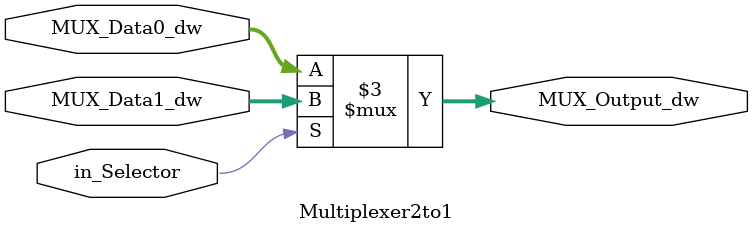
<source format=v>
/******************************************************************
* Description
*	This is a  an 2to1 multiplexer that can be parameterized in its bit-width.
*	1.0
* Author:
*	Mariana Chávez Medina
*	Darío Arias Muñoz
* Date:
*	07/04/2020
******************************************************************/

module Multiplexer2to1
#(
	parameter NBits=32
)
(
	input in_Selector,
	input [NBits-1:0] MUX_Data0_dw,
	input [NBits-1:0] MUX_Data1_dw,
	
	output reg [NBits-1:0] MUX_Output_dw
);

	always@(in_Selector,MUX_Data1_dw,MUX_Data0_dw) begin
		if(in_Selector)
			MUX_Output_dw = MUX_Data1_dw;
		else
			MUX_Output_dw = MUX_Data0_dw;
	end

endmodule
//mux21//
</source>
